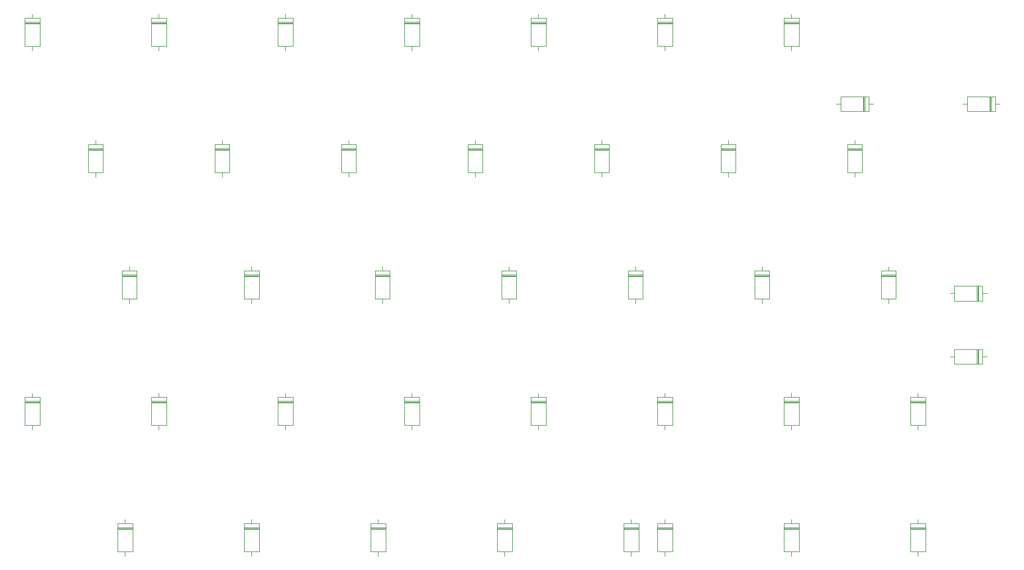
<source format=gbr>
%TF.GenerationSoftware,KiCad,Pcbnew,(7.0.0)*%
%TF.CreationDate,2023-02-28T11:25:28+09:00*%
%TF.ProjectId,sgkb-right,73676b62-2d72-4696-9768-742e6b696361,rev?*%
%TF.SameCoordinates,Original*%
%TF.FileFunction,Legend,Top*%
%TF.FilePolarity,Positive*%
%FSLAX46Y46*%
G04 Gerber Fmt 4.6, Leading zero omitted, Abs format (unit mm)*
G04 Created by KiCad (PCBNEW (7.0.0)) date 2023-02-28 11:25:28*
%MOMM*%
%LPD*%
G01*
G04 APERTURE LIST*
%ADD10C,0.120000*%
G04 APERTURE END LIST*
D10*
%TO.C,D18*%
X180975000Y-62635000D02*
X180975000Y-63285000D01*
X182095000Y-63285000D02*
X179855000Y-63285000D01*
X179855000Y-63285000D02*
X179855000Y-67525000D01*
X182095000Y-63885000D02*
X179855000Y-63885000D01*
X182095000Y-64005000D02*
X179855000Y-64005000D01*
X182095000Y-64125000D02*
X179855000Y-64125000D01*
X182095000Y-67525000D02*
X182095000Y-63285000D01*
X179855000Y-67525000D02*
X182095000Y-67525000D01*
X180975000Y-68175000D02*
X180975000Y-67525000D01*
%TO.C,D39*%
X200890000Y-95250000D02*
X200240000Y-95250000D01*
X200240000Y-96370000D02*
X200240000Y-94130000D01*
X200240000Y-94130000D02*
X196000000Y-94130000D01*
X199640000Y-96370000D02*
X199640000Y-94130000D01*
X199520000Y-96370000D02*
X199520000Y-94130000D01*
X199400000Y-96370000D02*
X199400000Y-94130000D01*
X196000000Y-96370000D02*
X200240000Y-96370000D01*
X196000000Y-94130000D02*
X196000000Y-96370000D01*
X195350000Y-95250000D02*
X196000000Y-95250000D01*
%TO.C,D22*%
X71755000Y-81685000D02*
X71755000Y-82335000D01*
X72875000Y-82335000D02*
X70635000Y-82335000D01*
X70635000Y-82335000D02*
X70635000Y-86575000D01*
X72875000Y-82935000D02*
X70635000Y-82935000D01*
X72875000Y-83055000D02*
X70635000Y-83055000D01*
X72875000Y-83175000D02*
X70635000Y-83175000D01*
X72875000Y-86575000D02*
X72875000Y-82335000D01*
X70635000Y-86575000D02*
X72875000Y-86575000D01*
X71755000Y-87225000D02*
X71755000Y-86575000D01*
%TO.C,D33*%
X95250000Y-100735000D02*
X95250000Y-101385000D01*
X96370000Y-101385000D02*
X94130000Y-101385000D01*
X94130000Y-101385000D02*
X94130000Y-105625000D01*
X96370000Y-101985000D02*
X94130000Y-101985000D01*
X96370000Y-102105000D02*
X94130000Y-102105000D01*
X96370000Y-102225000D02*
X94130000Y-102225000D01*
X96370000Y-105625000D02*
X96370000Y-101385000D01*
X94130000Y-105625000D02*
X96370000Y-105625000D01*
X95250000Y-106275000D02*
X95250000Y-105625000D01*
%TO.C,D47*%
X152400000Y-119785000D02*
X152400000Y-120435000D01*
X153520000Y-120435000D02*
X151280000Y-120435000D01*
X151280000Y-120435000D02*
X151280000Y-124675000D01*
X153520000Y-121035000D02*
X151280000Y-121035000D01*
X153520000Y-121155000D02*
X151280000Y-121155000D01*
X153520000Y-121275000D02*
X151280000Y-121275000D01*
X153520000Y-124675000D02*
X153520000Y-120435000D01*
X151280000Y-124675000D02*
X153520000Y-124675000D01*
X152400000Y-125325000D02*
X152400000Y-124675000D01*
%TO.C,D6*%
X133350000Y-43585000D02*
X133350000Y-44235000D01*
X134470000Y-44235000D02*
X132230000Y-44235000D01*
X132230000Y-44235000D02*
X132230000Y-48475000D01*
X134470000Y-44835000D02*
X132230000Y-44835000D01*
X134470000Y-44955000D02*
X132230000Y-44955000D01*
X134470000Y-45075000D02*
X132230000Y-45075000D01*
X134470000Y-48475000D02*
X134470000Y-44235000D01*
X132230000Y-48475000D02*
X134470000Y-48475000D01*
X133350000Y-49125000D02*
X133350000Y-48475000D01*
%TO.C,D45*%
X128270000Y-119785000D02*
X128270000Y-120435000D01*
X129390000Y-120435000D02*
X127150000Y-120435000D01*
X127150000Y-120435000D02*
X127150000Y-124675000D01*
X129390000Y-121035000D02*
X127150000Y-121035000D01*
X129390000Y-121155000D02*
X127150000Y-121155000D01*
X129390000Y-121275000D02*
X127150000Y-121275000D01*
X129390000Y-124675000D02*
X129390000Y-120435000D01*
X127150000Y-124675000D02*
X129390000Y-124675000D01*
X128270000Y-125325000D02*
X128270000Y-124675000D01*
%TO.C,D2*%
X57150000Y-43585000D02*
X57150000Y-44235000D01*
X58270000Y-44235000D02*
X56030000Y-44235000D01*
X56030000Y-44235000D02*
X56030000Y-48475000D01*
X58270000Y-44835000D02*
X56030000Y-44835000D01*
X58270000Y-44955000D02*
X56030000Y-44955000D01*
X58270000Y-45075000D02*
X56030000Y-45075000D01*
X58270000Y-48475000D02*
X58270000Y-44235000D01*
X56030000Y-48475000D02*
X58270000Y-48475000D01*
X57150000Y-49125000D02*
X57150000Y-48475000D01*
%TO.C,D7*%
X152400000Y-43585000D02*
X152400000Y-44235000D01*
X153520000Y-44235000D02*
X151280000Y-44235000D01*
X151280000Y-44235000D02*
X151280000Y-48475000D01*
X153520000Y-44835000D02*
X151280000Y-44835000D01*
X153520000Y-44955000D02*
X151280000Y-44955000D01*
X153520000Y-45075000D02*
X151280000Y-45075000D01*
X153520000Y-48475000D02*
X153520000Y-44235000D01*
X151280000Y-48475000D02*
X153520000Y-48475000D01*
X152400000Y-49125000D02*
X152400000Y-48475000D01*
%TO.C,D32*%
X76200000Y-100735000D02*
X76200000Y-101385000D01*
X77320000Y-101385000D02*
X75080000Y-101385000D01*
X75080000Y-101385000D02*
X75080000Y-105625000D01*
X77320000Y-101985000D02*
X75080000Y-101985000D01*
X77320000Y-102105000D02*
X75080000Y-102105000D01*
X77320000Y-102225000D02*
X75080000Y-102225000D01*
X77320000Y-105625000D02*
X77320000Y-101385000D01*
X75080000Y-105625000D02*
X77320000Y-105625000D01*
X76200000Y-106275000D02*
X76200000Y-105625000D01*
%TO.C,D15*%
X123825000Y-62635000D02*
X123825000Y-63285000D01*
X124945000Y-63285000D02*
X122705000Y-63285000D01*
X122705000Y-63285000D02*
X122705000Y-67525000D01*
X124945000Y-63885000D02*
X122705000Y-63885000D01*
X124945000Y-64005000D02*
X122705000Y-64005000D01*
X124945000Y-64125000D02*
X122705000Y-64125000D01*
X124945000Y-67525000D02*
X124945000Y-63285000D01*
X122705000Y-67525000D02*
X124945000Y-67525000D01*
X123825000Y-68175000D02*
X123825000Y-67525000D01*
%TO.C,D5*%
X114300000Y-43585000D02*
X114300000Y-44235000D01*
X115420000Y-44235000D02*
X113180000Y-44235000D01*
X113180000Y-44235000D02*
X113180000Y-48475000D01*
X115420000Y-44835000D02*
X113180000Y-44835000D01*
X115420000Y-44955000D02*
X113180000Y-44955000D01*
X115420000Y-45075000D02*
X113180000Y-45075000D01*
X115420000Y-48475000D02*
X115420000Y-44235000D01*
X113180000Y-48475000D02*
X115420000Y-48475000D01*
X114300000Y-49125000D02*
X114300000Y-48475000D01*
%TO.C,D8*%
X171450000Y-43585000D02*
X171450000Y-44235000D01*
X172570000Y-44235000D02*
X170330000Y-44235000D01*
X170330000Y-44235000D02*
X170330000Y-48475000D01*
X172570000Y-44835000D02*
X170330000Y-44835000D01*
X172570000Y-44955000D02*
X170330000Y-44955000D01*
X172570000Y-45075000D02*
X170330000Y-45075000D01*
X172570000Y-48475000D02*
X172570000Y-44235000D01*
X170330000Y-48475000D02*
X172570000Y-48475000D01*
X171450000Y-49125000D02*
X171450000Y-48475000D01*
%TO.C,D12*%
X66675000Y-62635000D02*
X66675000Y-63285000D01*
X67795000Y-63285000D02*
X65555000Y-63285000D01*
X65555000Y-63285000D02*
X65555000Y-67525000D01*
X67795000Y-63885000D02*
X65555000Y-63885000D01*
X67795000Y-64005000D02*
X65555000Y-64005000D01*
X67795000Y-64125000D02*
X65555000Y-64125000D01*
X67795000Y-67525000D02*
X67795000Y-63285000D01*
X65555000Y-67525000D02*
X67795000Y-67525000D01*
X66675000Y-68175000D02*
X66675000Y-67525000D01*
%TO.C,D31*%
X57150000Y-100735000D02*
X57150000Y-101385000D01*
X58270000Y-101385000D02*
X56030000Y-101385000D01*
X56030000Y-101385000D02*
X56030000Y-105625000D01*
X58270000Y-101985000D02*
X56030000Y-101985000D01*
X58270000Y-102105000D02*
X56030000Y-102105000D01*
X58270000Y-102225000D02*
X56030000Y-102225000D01*
X58270000Y-105625000D02*
X58270000Y-101385000D01*
X56030000Y-105625000D02*
X58270000Y-105625000D01*
X57150000Y-106275000D02*
X57150000Y-105625000D01*
%TO.C,D9*%
X183745000Y-57150000D02*
X183095000Y-57150000D01*
X183095000Y-58270000D02*
X183095000Y-56030000D01*
X183095000Y-56030000D02*
X178855000Y-56030000D01*
X182495000Y-58270000D02*
X182495000Y-56030000D01*
X182375000Y-58270000D02*
X182375000Y-56030000D01*
X182255000Y-58270000D02*
X182255000Y-56030000D01*
X178855000Y-58270000D02*
X183095000Y-58270000D01*
X178855000Y-56030000D02*
X178855000Y-58270000D01*
X178205000Y-57150000D02*
X178855000Y-57150000D01*
%TO.C,D10*%
X202795000Y-57150000D02*
X202145000Y-57150000D01*
X202145000Y-58270000D02*
X202145000Y-56030000D01*
X202145000Y-56030000D02*
X197905000Y-56030000D01*
X201545000Y-58270000D02*
X201545000Y-56030000D01*
X201425000Y-58270000D02*
X201425000Y-56030000D01*
X201305000Y-58270000D02*
X201305000Y-56030000D01*
X197905000Y-58270000D02*
X202145000Y-58270000D01*
X197905000Y-56030000D02*
X197905000Y-58270000D01*
X197255000Y-57150000D02*
X197905000Y-57150000D01*
%TO.C,D36*%
X152400000Y-100735000D02*
X152400000Y-101385000D01*
X153520000Y-101385000D02*
X151280000Y-101385000D01*
X151280000Y-101385000D02*
X151280000Y-105625000D01*
X153520000Y-101985000D02*
X151280000Y-101985000D01*
X153520000Y-102105000D02*
X151280000Y-102105000D01*
X153520000Y-102225000D02*
X151280000Y-102225000D01*
X153520000Y-105625000D02*
X153520000Y-101385000D01*
X151280000Y-105625000D02*
X153520000Y-105625000D01*
X152400000Y-106275000D02*
X152400000Y-105625000D01*
%TO.C,D34*%
X114300000Y-100735000D02*
X114300000Y-101385000D01*
X115420000Y-101385000D02*
X113180000Y-101385000D01*
X113180000Y-101385000D02*
X113180000Y-105625000D01*
X115420000Y-101985000D02*
X113180000Y-101985000D01*
X115420000Y-102105000D02*
X113180000Y-102105000D01*
X115420000Y-102225000D02*
X113180000Y-102225000D01*
X115420000Y-105625000D02*
X115420000Y-101385000D01*
X113180000Y-105625000D02*
X115420000Y-105625000D01*
X114300000Y-106275000D02*
X114300000Y-105625000D01*
%TO.C,D38*%
X190500000Y-100735000D02*
X190500000Y-101385000D01*
X191620000Y-101385000D02*
X189380000Y-101385000D01*
X189380000Y-101385000D02*
X189380000Y-105625000D01*
X191620000Y-101985000D02*
X189380000Y-101985000D01*
X191620000Y-102105000D02*
X189380000Y-102105000D01*
X191620000Y-102225000D02*
X189380000Y-102225000D01*
X191620000Y-105625000D02*
X191620000Y-101385000D01*
X189380000Y-105625000D02*
X191620000Y-105625000D01*
X190500000Y-106275000D02*
X190500000Y-105625000D01*
%TO.C,D27*%
X167005000Y-81685000D02*
X167005000Y-82335000D01*
X168125000Y-82335000D02*
X165885000Y-82335000D01*
X165885000Y-82335000D02*
X165885000Y-86575000D01*
X168125000Y-82935000D02*
X165885000Y-82935000D01*
X168125000Y-83055000D02*
X165885000Y-83055000D01*
X168125000Y-83175000D02*
X165885000Y-83175000D01*
X168125000Y-86575000D02*
X168125000Y-82335000D01*
X165885000Y-86575000D02*
X168125000Y-86575000D01*
X167005000Y-87225000D02*
X167005000Y-86575000D01*
%TO.C,D35*%
X133350000Y-100735000D02*
X133350000Y-101385000D01*
X134470000Y-101385000D02*
X132230000Y-101385000D01*
X132230000Y-101385000D02*
X132230000Y-105625000D01*
X134470000Y-101985000D02*
X132230000Y-101985000D01*
X134470000Y-102105000D02*
X132230000Y-102105000D01*
X134470000Y-102225000D02*
X132230000Y-102225000D01*
X134470000Y-105625000D02*
X134470000Y-101385000D01*
X132230000Y-105625000D02*
X134470000Y-105625000D01*
X133350000Y-106275000D02*
X133350000Y-105625000D01*
%TO.C,D42*%
X71120000Y-119785000D02*
X71120000Y-120435000D01*
X72240000Y-120435000D02*
X70000000Y-120435000D01*
X70000000Y-120435000D02*
X70000000Y-124675000D01*
X72240000Y-121035000D02*
X70000000Y-121035000D01*
X72240000Y-121155000D02*
X70000000Y-121155000D01*
X72240000Y-121275000D02*
X70000000Y-121275000D01*
X72240000Y-124675000D02*
X72240000Y-120435000D01*
X70000000Y-124675000D02*
X72240000Y-124675000D01*
X71120000Y-125325000D02*
X71120000Y-124675000D01*
%TO.C,D48*%
X171450000Y-119785000D02*
X171450000Y-120435000D01*
X172570000Y-120435000D02*
X170330000Y-120435000D01*
X170330000Y-120435000D02*
X170330000Y-124675000D01*
X172570000Y-121035000D02*
X170330000Y-121035000D01*
X172570000Y-121155000D02*
X170330000Y-121155000D01*
X172570000Y-121275000D02*
X170330000Y-121275000D01*
X172570000Y-124675000D02*
X172570000Y-120435000D01*
X170330000Y-124675000D02*
X172570000Y-124675000D01*
X171450000Y-125325000D02*
X171450000Y-124675000D01*
%TO.C,D43*%
X90170000Y-119785000D02*
X90170000Y-120435000D01*
X91290000Y-120435000D02*
X89050000Y-120435000D01*
X89050000Y-120435000D02*
X89050000Y-124675000D01*
X91290000Y-121035000D02*
X89050000Y-121035000D01*
X91290000Y-121155000D02*
X89050000Y-121155000D01*
X91290000Y-121275000D02*
X89050000Y-121275000D01*
X91290000Y-124675000D02*
X91290000Y-120435000D01*
X89050000Y-124675000D02*
X91290000Y-124675000D01*
X90170000Y-125325000D02*
X90170000Y-124675000D01*
%TO.C,D13*%
X85725000Y-62635000D02*
X85725000Y-63285000D01*
X86845000Y-63285000D02*
X84605000Y-63285000D01*
X84605000Y-63285000D02*
X84605000Y-67525000D01*
X86845000Y-63885000D02*
X84605000Y-63885000D01*
X86845000Y-64005000D02*
X84605000Y-64005000D01*
X86845000Y-64125000D02*
X84605000Y-64125000D01*
X86845000Y-67525000D02*
X86845000Y-63285000D01*
X84605000Y-67525000D02*
X86845000Y-67525000D01*
X85725000Y-68175000D02*
X85725000Y-67525000D01*
%TO.C,D3*%
X76200000Y-43585000D02*
X76200000Y-44235000D01*
X77320000Y-44235000D02*
X75080000Y-44235000D01*
X75080000Y-44235000D02*
X75080000Y-48475000D01*
X77320000Y-44835000D02*
X75080000Y-44835000D01*
X77320000Y-44955000D02*
X75080000Y-44955000D01*
X77320000Y-45075000D02*
X75080000Y-45075000D01*
X77320000Y-48475000D02*
X77320000Y-44235000D01*
X75080000Y-48475000D02*
X77320000Y-48475000D01*
X76200000Y-49125000D02*
X76200000Y-48475000D01*
%TO.C,D25*%
X128905000Y-81685000D02*
X128905000Y-82335000D01*
X130025000Y-82335000D02*
X127785000Y-82335000D01*
X127785000Y-82335000D02*
X127785000Y-86575000D01*
X130025000Y-82935000D02*
X127785000Y-82935000D01*
X130025000Y-83055000D02*
X127785000Y-83055000D01*
X130025000Y-83175000D02*
X127785000Y-83175000D01*
X130025000Y-86575000D02*
X130025000Y-82335000D01*
X127785000Y-86575000D02*
X130025000Y-86575000D01*
X128905000Y-87225000D02*
X128905000Y-86575000D01*
%TO.C,D44*%
X109220000Y-119785000D02*
X109220000Y-120435000D01*
X110340000Y-120435000D02*
X108100000Y-120435000D01*
X108100000Y-120435000D02*
X108100000Y-124675000D01*
X110340000Y-121035000D02*
X108100000Y-121035000D01*
X110340000Y-121155000D02*
X108100000Y-121155000D01*
X110340000Y-121275000D02*
X108100000Y-121275000D01*
X110340000Y-124675000D02*
X110340000Y-120435000D01*
X108100000Y-124675000D02*
X110340000Y-124675000D01*
X109220000Y-125325000D02*
X109220000Y-124675000D01*
%TO.C,D4*%
X95250000Y-43585000D02*
X95250000Y-44235000D01*
X96370000Y-44235000D02*
X94130000Y-44235000D01*
X94130000Y-44235000D02*
X94130000Y-48475000D01*
X96370000Y-44835000D02*
X94130000Y-44835000D01*
X96370000Y-44955000D02*
X94130000Y-44955000D01*
X96370000Y-45075000D02*
X94130000Y-45075000D01*
X96370000Y-48475000D02*
X96370000Y-44235000D01*
X94130000Y-48475000D02*
X96370000Y-48475000D01*
X95250000Y-49125000D02*
X95250000Y-48475000D01*
%TO.C,D28*%
X186055000Y-81685000D02*
X186055000Y-82335000D01*
X187175000Y-82335000D02*
X184935000Y-82335000D01*
X184935000Y-82335000D02*
X184935000Y-86575000D01*
X187175000Y-82935000D02*
X184935000Y-82935000D01*
X187175000Y-83055000D02*
X184935000Y-83055000D01*
X187175000Y-83175000D02*
X184935000Y-83175000D01*
X187175000Y-86575000D02*
X187175000Y-82335000D01*
X184935000Y-86575000D02*
X187175000Y-86575000D01*
X186055000Y-87225000D02*
X186055000Y-86575000D01*
%TO.C,D26*%
X147955000Y-81685000D02*
X147955000Y-82335000D01*
X149075000Y-82335000D02*
X146835000Y-82335000D01*
X146835000Y-82335000D02*
X146835000Y-86575000D01*
X149075000Y-82935000D02*
X146835000Y-82935000D01*
X149075000Y-83055000D02*
X146835000Y-83055000D01*
X149075000Y-83175000D02*
X146835000Y-83175000D01*
X149075000Y-86575000D02*
X149075000Y-82335000D01*
X146835000Y-86575000D02*
X149075000Y-86575000D01*
X147955000Y-87225000D02*
X147955000Y-86575000D01*
%TO.C,D17*%
X161925000Y-62635000D02*
X161925000Y-63285000D01*
X163045000Y-63285000D02*
X160805000Y-63285000D01*
X160805000Y-63285000D02*
X160805000Y-67525000D01*
X163045000Y-63885000D02*
X160805000Y-63885000D01*
X163045000Y-64005000D02*
X160805000Y-64005000D01*
X163045000Y-64125000D02*
X160805000Y-64125000D01*
X163045000Y-67525000D02*
X163045000Y-63285000D01*
X160805000Y-67525000D02*
X163045000Y-67525000D01*
X161925000Y-68175000D02*
X161925000Y-67525000D01*
%TO.C,D19*%
X200890000Y-85725000D02*
X200240000Y-85725000D01*
X200240000Y-86845000D02*
X200240000Y-84605000D01*
X200240000Y-84605000D02*
X196000000Y-84605000D01*
X199640000Y-86845000D02*
X199640000Y-84605000D01*
X199520000Y-86845000D02*
X199520000Y-84605000D01*
X199400000Y-86845000D02*
X199400000Y-84605000D01*
X196000000Y-86845000D02*
X200240000Y-86845000D01*
X196000000Y-84605000D02*
X196000000Y-86845000D01*
X195350000Y-85725000D02*
X196000000Y-85725000D01*
%TO.C,D24*%
X109855000Y-81685000D02*
X109855000Y-82335000D01*
X110975000Y-82335000D02*
X108735000Y-82335000D01*
X108735000Y-82335000D02*
X108735000Y-86575000D01*
X110975000Y-82935000D02*
X108735000Y-82935000D01*
X110975000Y-83055000D02*
X108735000Y-83055000D01*
X110975000Y-83175000D02*
X108735000Y-83175000D01*
X110975000Y-86575000D02*
X110975000Y-82335000D01*
X108735000Y-86575000D02*
X110975000Y-86575000D01*
X109855000Y-87225000D02*
X109855000Y-86575000D01*
%TO.C,D49*%
X190500000Y-119785000D02*
X190500000Y-120435000D01*
X191620000Y-120435000D02*
X189380000Y-120435000D01*
X189380000Y-120435000D02*
X189380000Y-124675000D01*
X191620000Y-121035000D02*
X189380000Y-121035000D01*
X191620000Y-121155000D02*
X189380000Y-121155000D01*
X191620000Y-121275000D02*
X189380000Y-121275000D01*
X191620000Y-124675000D02*
X191620000Y-120435000D01*
X189380000Y-124675000D02*
X191620000Y-124675000D01*
X190500000Y-125325000D02*
X190500000Y-124675000D01*
%TO.C,D16*%
X142875000Y-62635000D02*
X142875000Y-63285000D01*
X143995000Y-63285000D02*
X141755000Y-63285000D01*
X141755000Y-63285000D02*
X141755000Y-67525000D01*
X143995000Y-63885000D02*
X141755000Y-63885000D01*
X143995000Y-64005000D02*
X141755000Y-64005000D01*
X143995000Y-64125000D02*
X141755000Y-64125000D01*
X143995000Y-67525000D02*
X143995000Y-63285000D01*
X141755000Y-67525000D02*
X143995000Y-67525000D01*
X142875000Y-68175000D02*
X142875000Y-67525000D01*
%TO.C,D23*%
X90170000Y-81685000D02*
X90170000Y-82335000D01*
X91290000Y-82335000D02*
X89050000Y-82335000D01*
X89050000Y-82335000D02*
X89050000Y-86575000D01*
X91290000Y-82935000D02*
X89050000Y-82935000D01*
X91290000Y-83055000D02*
X89050000Y-83055000D01*
X91290000Y-83175000D02*
X89050000Y-83175000D01*
X91290000Y-86575000D02*
X91290000Y-82335000D01*
X89050000Y-86575000D02*
X91290000Y-86575000D01*
X90170000Y-87225000D02*
X90170000Y-86575000D01*
%TO.C,D14*%
X104775000Y-62635000D02*
X104775000Y-63285000D01*
X105895000Y-63285000D02*
X103655000Y-63285000D01*
X103655000Y-63285000D02*
X103655000Y-67525000D01*
X105895000Y-63885000D02*
X103655000Y-63885000D01*
X105895000Y-64005000D02*
X103655000Y-64005000D01*
X105895000Y-64125000D02*
X103655000Y-64125000D01*
X105895000Y-67525000D02*
X105895000Y-63285000D01*
X103655000Y-67525000D02*
X105895000Y-67525000D01*
X104775000Y-68175000D02*
X104775000Y-67525000D01*
%TO.C,D46*%
X147320000Y-119785000D02*
X147320000Y-120435000D01*
X148440000Y-120435000D02*
X146200000Y-120435000D01*
X146200000Y-120435000D02*
X146200000Y-124675000D01*
X148440000Y-121035000D02*
X146200000Y-121035000D01*
X148440000Y-121155000D02*
X146200000Y-121155000D01*
X148440000Y-121275000D02*
X146200000Y-121275000D01*
X148440000Y-124675000D02*
X148440000Y-120435000D01*
X146200000Y-124675000D02*
X148440000Y-124675000D01*
X147320000Y-125325000D02*
X147320000Y-124675000D01*
%TO.C,D37*%
X171450000Y-100735000D02*
X171450000Y-101385000D01*
X172570000Y-101385000D02*
X170330000Y-101385000D01*
X170330000Y-101385000D02*
X170330000Y-105625000D01*
X172570000Y-101985000D02*
X170330000Y-101985000D01*
X172570000Y-102105000D02*
X170330000Y-102105000D01*
X172570000Y-102225000D02*
X170330000Y-102225000D01*
X172570000Y-105625000D02*
X172570000Y-101385000D01*
X170330000Y-105625000D02*
X172570000Y-105625000D01*
X171450000Y-106275000D02*
X171450000Y-105625000D01*
%TD*%
M02*

</source>
